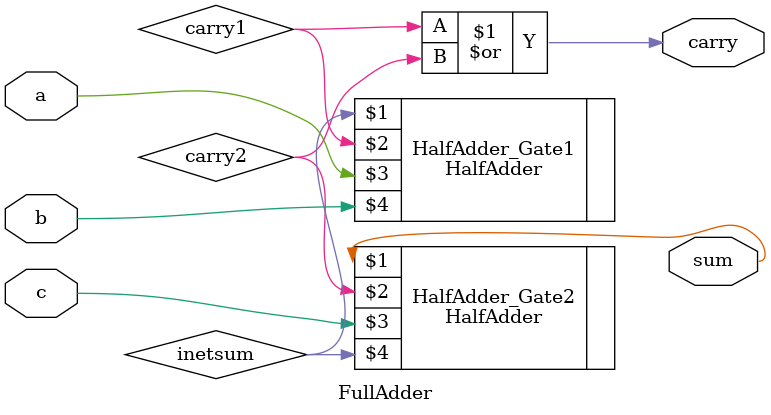
<source format=v>
`include "HalfAdder.v"

module FullAdder(sum, carry, a, b, c);

output sum, carry;
input a, b, c;

wire inetsum, carry1, carry2;

HalfAdder HalfAdder_Gate1(inetsum, carry1, a, b);
HalfAdder HalfAdder_Gate2(sum, carry2, c, inetsum);
or(carry, carry1, carry2);

endmodule
</source>
